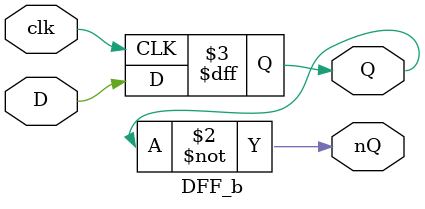
<source format=v>
`timescale 1ns / 1ps


module DFF_b(
input clk, D,
output reg Q, 
output wire nQ
    );
    always @(negedge clk)
    begin
        Q <= D;
    end
    assign nQ = ~Q;
endmodule

</source>
